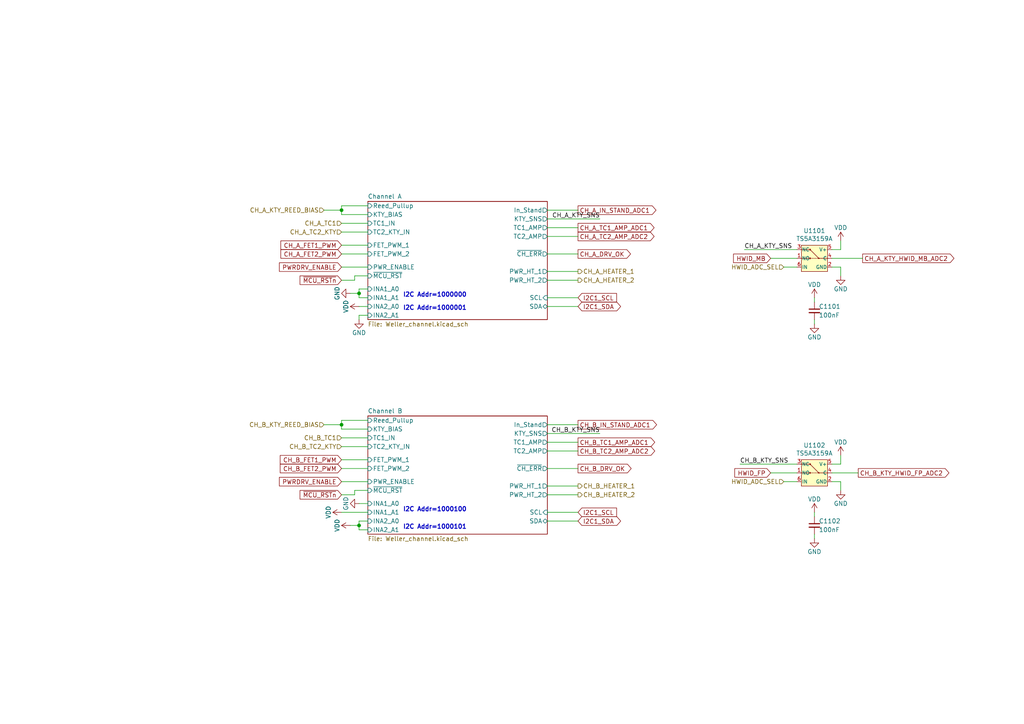
<source format=kicad_sch>
(kicad_sch (version 20231120) (generator "eeschema") (generator_version "8.0")
  (paper "A4")
  (title_block (title "Dual Weller WMRP or WMRT capable channels") (date "2020-08-07") (rev "R0.1") (company "SolderingStationGroup : Jonny Svärd / Mathias Johansson / Magnus Thulesius"))
  (lib_symbols
    (symbol "Device:C_Small" (pin_numbers hide) (pin_names (offset 0.254) hide)
      (property "Reference" "C" (at 0.254 1.778 0))
      (property "Value" "C_Small" (at 0.254 -2.032 0))
      (symbol "C_Small_0_1"
        (polyline (pts (xy -1.524 -0.508) (xy 1.524 -0.508)) (stroke (width 0.3302)))
        (polyline (pts (xy -1.524 0.508) (xy 1.524 0.508)) (stroke (width 0.3048)))
      )
      (symbol "C_Small_1_1"
        (pin passive line (at 0 2.54 270) (length 2.032) (name "~") (number "1"))
        (pin passive line (at 0 -2.54 90) (length 2.032) (name "~") (number "2"))
      )
    )
    (symbol "customlib_mj:TS5A3159A" (pin_names (offset 0.127))
      (property "Reference" "U" (at 0 5.08 0))
      (property "Value" "TS5A3159A" (at 0 -5.08 0))
      (symbol "TS5A3159A_0_1"
        (rectangle (start -3.81 3.81) (end 3.81 -3.81) (fill (type background)))
        (circle (center -1.27 0) (radius 0.1778))
        (circle (center -1.27 2.54) (radius 0.1778))
        (polyline (pts (xy -3.81 2.54) (xy -1.524 2.54)))
        (polyline (pts (xy -1.524 0) (xy -3.81 0)))
        (polyline (pts (xy -1.27 0) (xy -1.016 0)))
        (polyline (pts (xy -0.762 0) (xy -0.508 0)))
        (polyline (pts (xy -0.254 0) (xy 0 0)))
        (polyline (pts (xy 0.254 0) (xy 0.508 0)))
        (polyline (pts (xy 0.762 0) (xy 1.016 0)))
        (polyline (pts (xy 1.27 0) (xy -1.27 2.54)))
        (circle (center 1.27 0) (radius 0.127))
        (rectangle (start 3.81 0) (end 1.27 0))
      )
      (symbol "TS5A3159A_1_1"
        (pin passive line (at -5.08 0 0) (length 1.27) (name "NO") (number "1"))
        (pin power_in line (at 5.08 -2.54 180) (length 1.27) (name "GND") (number "2"))
        (pin passive line (at -5.08 2.54 0) (length 1.27) (name "NC") (number "3"))
        (pin passive line (at 5.08 0 180) (length 1.27) (name "C") (number "4"))
        (pin power_in line (at 5.08 2.54 180) (length 1.27) (name "V+") (number "5"))
        (pin input line (at -5.08 -2.54 0) (length 1.27) (name "IN") (number "6"))
      )
    )
    (symbol "power:GND" (power) (pin_names (offset 0))
      (property "Value" "GND" (at 0 -3.81 0))
      (symbol "GND_0_1"
        (polyline (pts (xy 0 0) (xy 0 -1.27) (xy 1.27 -1.27) (xy 0 -2.54) (xy -1.27 -1.27) (xy 0 -1.27)))
      )
      (symbol "GND_1_1"
        (pin power_in line (at 0 0 270) (length 0) hide (name "GND") (number "1"))
      )
    )
    (symbol "power:VDD" (power) (pin_names (offset 0))
      (property "Value" "VDD" (at 0 3.81 0))
      (symbol "VDD_0_1"
        (polyline (pts (xy -0.762 1.27) (xy 0 2.54)))
        (polyline (pts (xy 0 0) (xy 0 2.54)))
        (polyline (pts (xy 0 2.54) (xy 0.762 1.27)))
      )
      (symbol "VDD_1_1"
        (pin power_in line (at 0 0 90) (length 0) hide (name "VDD") (number "1"))
      )
    )
  )
  (junction (at 104.14 152.4))
  (junction (at 99.06 60.96))
  (junction (at 99.06 123.19))
  (junction (at 104.14 85.09))
  (wire (pts (xy 167.64 135.89) (xy 158.75 135.89)))
  (wire (pts (xy 99.06 127) (xy 106.68 127)))
  (wire (pts (xy 243.84 132.08) (xy 243.84 134.62)))
  (wire (pts (xy 243.84 72.39) (xy 243.84 69.85)))
  (wire (pts (xy 167.64 151.13) (xy 158.75 151.13)))
  (wire (pts (xy 243.84 139.7) (xy 243.84 142.24)))
  (wire (pts (xy 241.3 74.93) (xy 250.19 74.93)))
  (wire (pts (xy 99.06 73.66) (xy 106.68 73.66)))
  (wire (pts (xy 241.3 77.47) (xy 243.84 77.47)))
  (wire (pts (xy 99.06 59.69) (xy 106.68 59.69)))
  (wire (pts (xy 104.14 92.71) (xy 104.14 91.44)))
  (wire (pts (xy 99.06 81.28) (xy 102.87 81.28)))
  (wire (pts (xy 99.06 62.23) (xy 99.06 60.96)))
  (wire (pts (xy 99.06 124.46) (xy 99.06 123.19)))
  (wire (pts (xy 173.99 63.5) (xy 158.75 63.5)))
  (wire (pts (xy 99.06 133.35) (xy 106.68 133.35)))
  (wire (pts (xy 99.06 71.12) (xy 106.68 71.12)))
  (wire (pts (xy 99.06 129.54) (xy 106.68 129.54)))
  (wire (pts (xy 101.6 152.4) (xy 104.14 152.4)))
  (wire (pts (xy 243.84 134.62) (xy 241.3 134.62)))
  (wire (pts (xy 106.68 142.24) (xy 102.87 142.24)))
  (wire (pts (xy 214.63 134.62) (xy 231.14 134.62)))
  (wire (pts (xy 223.52 74.93) (xy 231.14 74.93)))
  (wire (pts (xy 104.14 85.09) (xy 101.6 85.09)))
  (wire (pts (xy 102.87 81.28) (xy 102.87 80.01)))
  (wire (pts (xy 99.06 135.89) (xy 106.68 135.89)))
  (wire (pts (xy 99.06 148.59) (xy 106.68 148.59)))
  (wire (pts (xy 99.06 67.31) (xy 106.68 67.31)))
  (wire (pts (xy 236.22 149.86) (xy 236.22 148.59)))
  (wire (pts (xy 167.64 148.59) (xy 158.75 148.59)))
  (wire (pts (xy 167.64 66.04) (xy 158.75 66.04)))
  (wire (pts (xy 104.14 83.82) (xy 104.14 85.09)))
  (wire (pts (xy 236.22 92.71) (xy 236.22 93.98)))
  (wire (pts (xy 167.64 88.9) (xy 158.75 88.9)))
  (wire (pts (xy 158.75 143.51) (xy 167.64 143.51)))
  (wire (pts (xy 99.06 124.46) (xy 106.68 124.46)))
  (wire (pts (xy 241.3 139.7) (xy 243.84 139.7)))
  (wire (pts (xy 158.75 81.28) (xy 167.64 81.28)))
  (wire (pts (xy 167.64 130.81) (xy 158.75 130.81)))
  (wire (pts (xy 99.06 121.92) (xy 106.68 121.92)))
  (wire (pts (xy 167.64 60.96) (xy 158.75 60.96)))
  (wire (pts (xy 104.14 88.9) (xy 106.68 88.9)))
  (wire (pts (xy 223.52 137.16) (xy 231.14 137.16)))
  (wire (pts (xy 93.98 123.19) (xy 99.06 123.19)))
  (wire (pts (xy 167.64 73.66) (xy 158.75 73.66)))
  (wire (pts (xy 167.64 140.97) (xy 158.75 140.97)))
  (wire (pts (xy 236.22 154.94) (xy 236.22 156.21)))
  (wire (pts (xy 215.9 72.39) (xy 231.14 72.39)))
  (wire (pts (xy 167.64 68.58) (xy 158.75 68.58)))
  (wire (pts (xy 106.68 151.13) (xy 104.14 151.13)))
  (wire (pts (xy 104.14 153.67) (xy 106.68 153.67)))
  (wire (pts (xy 99.06 139.7) (xy 106.68 139.7)))
  (wire (pts (xy 231.14 139.7) (xy 227.33 139.7)))
  (wire (pts (xy 167.64 86.36) (xy 158.75 86.36)))
  (wire (pts (xy 99.06 64.77) (xy 106.68 64.77)))
  (wire (pts (xy 167.64 78.74) (xy 158.75 78.74)))
  (wire (pts (xy 241.3 137.16) (xy 248.92 137.16)))
  (wire (pts (xy 93.98 60.96) (xy 99.06 60.96)))
  (wire (pts (xy 104.14 151.13) (xy 104.14 152.4)))
  (wire (pts (xy 106.68 62.23) (xy 99.06 62.23)))
  (wire (pts (xy 104.14 86.36) (xy 106.68 86.36)))
  (wire (pts (xy 99.06 123.19) (xy 99.06 121.92)))
  (wire (pts (xy 104.14 152.4) (xy 104.14 153.67)))
  (wire (pts (xy 167.64 128.27) (xy 158.75 128.27)))
  (wire (pts (xy 243.84 77.47) (xy 243.84 80.01)))
  (wire (pts (xy 231.14 77.47) (xy 227.33 77.47)))
  (wire (pts (xy 167.64 123.19) (xy 158.75 123.19)))
  (wire (pts (xy 102.87 143.51) (xy 99.06 143.51)))
  (wire (pts (xy 173.99 125.73) (xy 158.75 125.73)))
  (wire (pts (xy 102.87 80.01) (xy 106.68 80.01)))
  (wire (pts (xy 104.14 146.05) (xy 106.68 146.05)))
  (wire (pts (xy 99.06 77.47) (xy 106.68 77.47)))
  (wire (pts (xy 102.87 142.24) (xy 102.87 143.51)))
  (wire (pts (xy 104.14 91.44) (xy 106.68 91.44)))
  (wire (pts (xy 104.14 85.09) (xy 104.14 86.36)))
  (wire (pts (xy 99.06 60.96) (xy 99.06 59.69)))
  (wire (pts (xy 106.68 83.82) (xy 104.14 83.82)))
  (wire (pts (xy 241.3 72.39) (xy 243.84 72.39)))
  (wire (pts (xy 236.22 87.63) (xy 236.22 86.36)))
  (text "I2C Addr=1000100" (at 116.84 148.59 0) (effects (font (size 1.27 1.27) (thickness 0.254) (bold yes)) (justify left bottom)))
  (text "I2C Addr=1000001" (at 116.84 90.17 0) (effects (font (size 1.27 1.27) (thickness 0.254) (bold yes)) (justify left bottom)))
  (text "I2C Addr=1000101" (at 116.84 153.67 0) (effects (font (size 1.27 1.27) (thickness 0.254) (bold yes)) (justify left bottom)))
  (text "I2C Addr=1000000" (at 116.84 86.36 0) (effects (font (size 1.27 1.27) (thickness 0.254) (bold yes)) (justify left bottom)))
  (label "CH_B_KTY_SNS" (at 214.63 134.62 0))
  (label "CH_A_KTY_SNS" (at 173.99 63.5 180))
  (label "CH_A_KTY_SNS" (at 215.9 72.39 0))
  (label "CH_B_KTY_SNS" (at 173.99 125.73 180))
  (global_label "CH_B_FET2_PWM" (shape input) (at 99.06 135.89 180) (property "Intersheetrefs" "${INTERSHEET_REFS}" (effects (hide yes))))
  (global_label "CH_B_TC1_AMP_ADC1" (shape output) (at 167.64 128.27 0) (property "Intersheetrefs" "${INTERSHEET_REFS}" (effects (hide yes))))
  (global_label "CH_A_TC1_AMP_ADC1" (shape output) (at 167.64 66.04 0) (property "Intersheetrefs" "${INTERSHEET_REFS}" (effects (hide yes))))
  (global_label "HWID_FP" (shape input) (at 223.52 137.16 180) (property "Intersheetrefs" "${INTERSHEET_REFS}" (effects (hide yes))))
  (global_label "~{MCU_RSTn}" (shape input) (at 99.06 81.28 180) (property "Intersheetrefs" "${INTERSHEET_REFS}" (effects (hide yes))))
  (global_label "CH_A_KTY_HWID_MB_ADC2" (shape output) (at 250.19 74.93 0) (property "Intersheetrefs" "${INTERSHEET_REFS}" (effects (hide yes))))
  (global_label "CH_A_DRV_OK" (shape output) (at 167.64 73.66 0) (property "Intersheetrefs" "${INTERSHEET_REFS}" (effects (hide yes))))
  (global_label "I2C1_SDA" (shape bidirectional) (at 167.64 88.9 0) (property "Intersheetrefs" "${INTERSHEET_REFS}" (effects (hide yes))))
  (global_label "CH_B_TC2_AMP_ADC2" (shape output) (at 167.64 130.81 0) (property "Intersheetrefs" "${INTERSHEET_REFS}" (effects (hide yes))))
  (global_label "CH_A_IN_STAND_ADC1" (shape output) (at 167.64 60.96 0) (property "Intersheetrefs" "${INTERSHEET_REFS}" (effects (hide yes))))
  (global_label "I2C1_SDA" (shape bidirectional) (at 167.64 151.13 0) (property "Intersheetrefs" "${INTERSHEET_REFS}" (effects (hide yes))))
  (global_label "~{MCU_RSTn}" (shape input) (at 99.06 143.51 180) (property "Intersheetrefs" "${INTERSHEET_REFS}" (effects (hide yes))))
  (global_label "CH_A_FET1_PWM" (shape input) (at 99.06 71.12 180) (property "Intersheetrefs" "${INTERSHEET_REFS}" (effects (hide yes))))
  (global_label "CH_A_TC2_AMP_ADC2" (shape output) (at 167.64 68.58 0) (property "Intersheetrefs" "${INTERSHEET_REFS}" (effects (hide yes))))
  (global_label "CH_B_DRV_OK" (shape output) (at 167.64 135.89 0) (property "Intersheetrefs" "${INTERSHEET_REFS}" (effects (hide yes))))
  (global_label "PWRDRV_ENABLE" (shape input) (at 99.06 139.7 180) (property "Intersheetrefs" "${INTERSHEET_REFS}" (effects (hide yes))))
  (global_label "CH_B_FET1_PWM" (shape input) (at 99.06 133.35 180) (property "Intersheetrefs" "${INTERSHEET_REFS}" (effects (hide yes))))
  (global_label "CH_A_FET2_PWM" (shape input) (at 99.06 73.66 180) (property "Intersheetrefs" "${INTERSHEET_REFS}" (effects (hide yes))))
  (global_label "I2C1_SCL" (shape input) (at 167.64 148.59 0) (property "Intersheetrefs" "${INTERSHEET_REFS}" (effects (hide yes))))
  (global_label "HWID_MB" (shape input) (at 223.52 74.93 180) (property "Intersheetrefs" "${INTERSHEET_REFS}" (effects (hide yes))))
  (global_label "CH_B_KTY_HWID_FP_ADC2" (shape output) (at 248.92 137.16 0) (property "Intersheetrefs" "${INTERSHEET_REFS}" (effects (hide yes))))
  (global_label "I2C1_SCL" (shape input) (at 167.64 86.36 0) (property "Intersheetrefs" "${INTERSHEET_REFS}" (effects (hide yes))))
  (global_label "PWRDRV_ENABLE" (shape input) (at 99.06 77.47 180) (property "Intersheetrefs" "${INTERSHEET_REFS}" (effects (hide yes))))
  (global_label "CH_B_IN_STAND_ADC1" (shape output) (at 167.64 123.19 0) (property "Intersheetrefs" "${INTERSHEET_REFS}" (effects (hide yes))))
  (hierarchical_label "CH_A_HEATER_1" (shape output) (at 167.64 78.74 0))
  (hierarchical_label "CH_B_TC1" (shape input) (at 99.06 127 180))
  (hierarchical_label "CH_B_KTY_REED_BIAS" (shape input) (at 93.98 123.19 180))
  (hierarchical_label "CH_B_TC2_KTY" (shape input) (at 99.06 129.54 180))
  (hierarchical_label "CH_B_HEATER_2" (shape output) (at 167.64 143.51 0))
  (hierarchical_label "CH_A_TC1" (shape input) (at 99.06 64.77 180))
  (hierarchical_label "CH_A_TC2_KTY" (shape input) (at 99.06 67.31 180))
  (hierarchical_label "HWID_ADC_SEL" (shape input) (at 227.33 77.47 180))
  (hierarchical_label "HWID_ADC_SEL" (shape input) (at 227.33 139.7 180))
  (hierarchical_label "CH_A_KTY_REED_BIAS" (shape input) (at 93.98 60.96 180))
  (hierarchical_label "CH_B_HEATER_1" (shape output) (at 167.64 140.97 0))
  (hierarchical_label "CH_A_HEATER_2" (shape output) (at 167.64 81.28 0))
  (symbol (lib_id "power:GND") (at 243.84 142.24 0) (unit 1)
    (property "Reference" "#PWR01109" (effects (hide yes)))
    (property "Value" "GND" (at 243.84 146.05 0))
  )
  (symbol (lib_id "power:GND") (at 243.84 80.01 0) (unit 1)
    (property "Reference" "#PWR01102" (effects (hide yes)))
    (property "Value" "GND" (at 243.84 83.82 0))
  )
  (symbol (lib_id "power:VDD") (at 243.84 69.85 0) (unit 1)
    (property "Reference" "#PWR01101" (effects (hide yes)))
    (property "Value" "VDD" (at 243.84 66.04 0))
  )
  (symbol (lib_id "power:VDD") (at 243.84 132.08 0) (unit 1)
    (property "Reference" "#PWR01108" (effects (hide yes)))
    (property "Value" "VDD" (at 243.84 128.27 0))
  )
  (symbol (lib_id "Device:C_Small") (at 236.22 152.4 0) (unit 1)
    (property "Reference" "C1102" (at 237.49 151.13 0) (effects (justify left)))
    (property "Value" "100nF" (at 237.49 153.67 0) (effects (justify left)))
    (property "Footprint" "Capacitor_SMD:C_0402_1005Metric" (effects (hide yes)))
    (property "JLC_part" "Basic" (effects (hide yes)))
    (property "LCSC" "C1525" (effects (hide yes)))
  )
  (symbol (lib_id "power:VDD") (at 236.22 148.59 0) (unit 1)
    (property "Reference" "#PWR01112" (effects (hide yes)))
    (property "Value" "VDD" (at 236.22 144.78 0))
  )
  (symbol (lib_id "power:GND") (at 236.22 156.21 0) (unit 1)
    (property "Reference" "#PWR01114" (effects (hide yes)))
    (property "Value" "GND" (at 236.22 160.02 0))
  )
  (symbol (lib_id "Device:C_Small") (at 236.22 90.17 0) (unit 1)
    (property "Reference" "C1101" (at 237.49 88.9 0) (effects (justify left)))
    (property "Value" "100nF" (at 237.49 91.44 0) (effects (justify left)))
    (property "Footprint" "Capacitor_SMD:C_0402_1005Metric" (effects (hide yes)))
    (property "JLC_part" "Basic" (effects (hide yes)))
    (property "LCSC" "C1525" (effects (hide yes)))
  )
  (symbol (lib_id "power:VDD") (at 236.22 86.36 0) (unit 1)
    (property "Reference" "#PWR01104" (effects (hide yes)))
    (property "Value" "VDD" (at 236.22 82.55 0))
  )
  (symbol (lib_id "power:GND") (at 236.22 93.98 0) (unit 1)
    (property "Reference" "#PWR01107" (effects (hide yes)))
    (property "Value" "GND" (at 236.22 97.79 0))
  )
  (symbol (lib_id "power:VDD") (at 104.14 88.9 90) (unit 1)
    (property "Reference" "#PWR01105" (effects (hide yes)))
    (property "Value" "VDD" (at 100.33 88.9 0))
  )
  (symbol (lib_id "power:GND") (at 104.14 92.71 0) (unit 1)
    (property "Reference" "#PWR01106" (effects (hide yes)))
    (property "Value" "GND" (at 104.14 96.52 0))
  )
  (symbol (lib_id "power:GND") (at 101.6 85.09 270) (unit 1)
    (property "Reference" "#PWR01103" (effects (hide yes)))
    (property "Value" "GND" (at 97.79 85.09 0))
  )
  (symbol (lib_id "power:GND") (at 104.14 146.05 270) (unit 1)
    (property "Reference" "#PWR01110" (effects (hide yes)))
    (property "Value" "GND" (at 100.33 146.05 0))
  )
  (symbol (lib_id "power:VDD") (at 101.6 152.4 90) (unit 1)
    (property "Reference" "#PWR01113" (effects (hide yes)))
    (property "Value" "VDD" (at 97.79 152.4 0))
  )
  (symbol (lib_id "power:VDD") (at 99.06 148.59 90) (unit 1)
    (property "Reference" "#PWR01111" (effects (hide yes)))
    (property "Value" "VDD" (at 95.25 148.59 0))
  )
  (symbol (lib_id "customlib_mj:TS5A3159A") (at 236.22 74.93 0) (unit 1)
    (property "Reference" "U1101" (at 236.22 66.929 0))
    (property "Value" "TS5A3159A" (at 236.22 69.2404 0))
    (property "Footprint" "Package_TO_SOT_SMD:TSOT-23-6" (effects (hide yes)))
    (property "Datasheet" "https://www.ti.com/product/TS5A3159A" (effects (hide yes)))
    (property "JLC_part" "Extended" (effects (hide yes)))
    (property "LCSC" "C128405" (effects (hide yes)))
  )
  (symbol (lib_id "customlib_mj:TS5A3159A") (at 236.22 137.16 0) (unit 1)
    (property "Reference" "U1102" (at 236.22 129.159 0))
    (property "Value" "TS5A3159A" (at 236.22 131.4704 0))
    (property "Footprint" "Package_TO_SOT_SMD:TSOT-23-6" (effects (hide yes)))
    (property "Datasheet" "https://www.ti.com/product/TS5A3159A" (effects (hide yes)))
    (property "JLC_part" "Extended" (effects (hide yes)))
    (property "LCSC" "C128405" (effects (hide yes)))
  )
  (sheet (at 106.68 58.42) (size 52.07 34.29)
    (property "Sheetname" "Channel A" (at 106.68 57.7084 0) (effects (justify left bottom)))
    (property "Sheetfile" "Weller_channel.kicad_sch" (at 106.68 93.2946 0) (effects (justify left top)))
    (pin "In_Stand" output (at 158.75 60.96 0))
    (pin "TC1_IN" input (at 106.68 64.77 180))
    (pin "KTY_BIAS" input (at 106.68 62.23 180))
    (pin "TC2_KTY_IN" input (at 106.68 67.31 180))
    (pin "TC1_AMP" output (at 158.75 66.04 0))
    (pin "TC2_AMP" output (at 158.75 68.58 0))
    (pin "INA1_A0" input (at 106.68 83.82 180))
    (pin "INA1_A1" input (at 106.68 86.36 180))
    (pin "SDA" bidirectional (at 158.75 88.9 0))
    (pin "SCL" input (at 158.75 86.36 0))
    (pin "INA2_A0" input (at 106.68 88.9 180))
    (pin "INA2_A1" input (at 106.68 91.44 180))
    (pin "PWR_ENABLE" input (at 106.68 77.47 180))
    (pin "FET_PWM_1" input (at 106.68 71.12 180))
    (pin "FET_PWM_2" input (at 106.68 73.66 180))
    (pin "~{MCU_RST}" input (at 106.68 80.01 180))
    (pin "~{CH_ERR}" output (at 158.75 73.66 0))
    (pin "PWR_HT_1" output (at 158.75 78.74 0))
    (pin "PWR_HT_2" output (at 158.75 81.28 0))
    (pin "KTY_SNS" output (at 158.75 63.5 0))
    (pin "Reed_Pullup" input (at 106.68 59.69 180))
  )
  (sheet (at 106.68 120.65) (size 52.07 34.29)
    (property "Sheetname" "Channel B" (at 106.68 119.9384 0) (effects (justify left bottom)))
    (property "Sheetfile" "Weller_channel.kicad_sch" (at 106.68 155.5246 0) (effects (justify left top)))
    (pin "In_Stand" output (at 158.75 123.19 0))
    (pin "TC1_IN" input (at 106.68 127 180))
    (pin "KTY_BIAS" input (at 106.68 124.46 180))
    (pin "TC2_KTY_IN" input (at 106.68 129.54 180))
    (pin "TC1_AMP" output (at 158.75 128.27 0))
    (pin "TC2_AMP" output (at 158.75 130.81 0))
    (pin "INA1_A0" input (at 106.68 146.05 180))
    (pin "INA1_A1" input (at 106.68 148.59 180))
    (pin "SDA" bidirectional (at 158.75 151.13 0))
    (pin "SCL" input (at 158.75 148.59 0))
    (pin "INA2_A0" input (at 106.68 151.13 180))
    (pin "INA2_A1" input (at 106.68 153.67 180))
    (pin "PWR_ENABLE" input (at 106.68 139.7 180))
    (pin "FET_PWM_1" input (at 106.68 133.35 180))
    (pin "FET_PWM_2" input (at 106.68 135.89 180))
    (pin "~{MCU_RST}" input (at 106.68 142.24 180))
    (pin "~{CH_ERR}" output (at 158.75 135.89 0))
    (pin "PWR_HT_1" output (at 158.75 140.97 0))
    (pin "PWR_HT_2" output (at 158.75 143.51 0))
    (pin "KTY_SNS" output (at 158.75 125.73 0))
    (pin "Reed_Pullup" input (at 106.68 121.92 180))
  )
)
</source>
